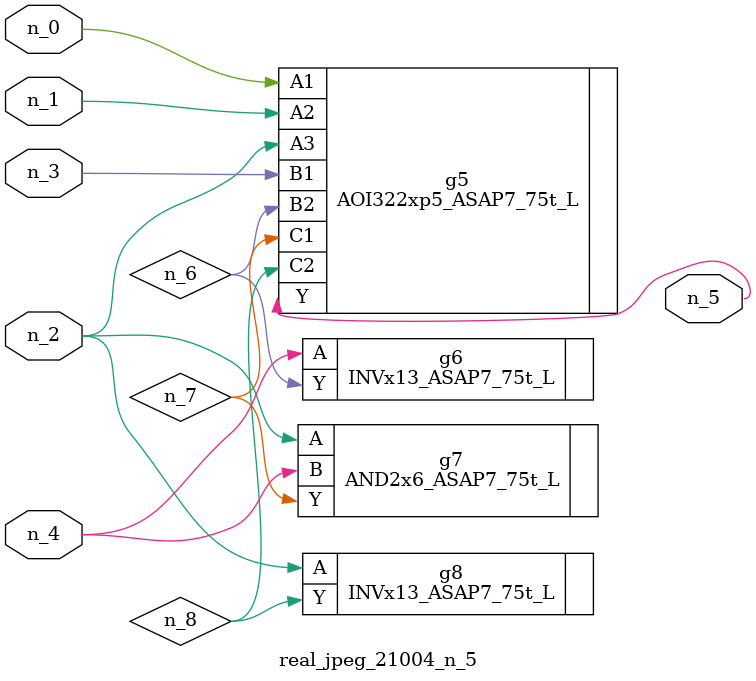
<source format=v>
module real_jpeg_21004_n_5 (n_4, n_0, n_1, n_2, n_3, n_5);

input n_4;
input n_0;
input n_1;
input n_2;
input n_3;

output n_5;

wire n_8;
wire n_6;
wire n_7;

AOI322xp5_ASAP7_75t_L g5 ( 
.A1(n_0),
.A2(n_1),
.A3(n_2),
.B1(n_3),
.B2(n_6),
.C1(n_7),
.C2(n_8),
.Y(n_5)
);

AND2x6_ASAP7_75t_L g7 ( 
.A(n_2),
.B(n_4),
.Y(n_7)
);

INVx13_ASAP7_75t_L g8 ( 
.A(n_2),
.Y(n_8)
);

INVx13_ASAP7_75t_L g6 ( 
.A(n_4),
.Y(n_6)
);


endmodule
</source>
